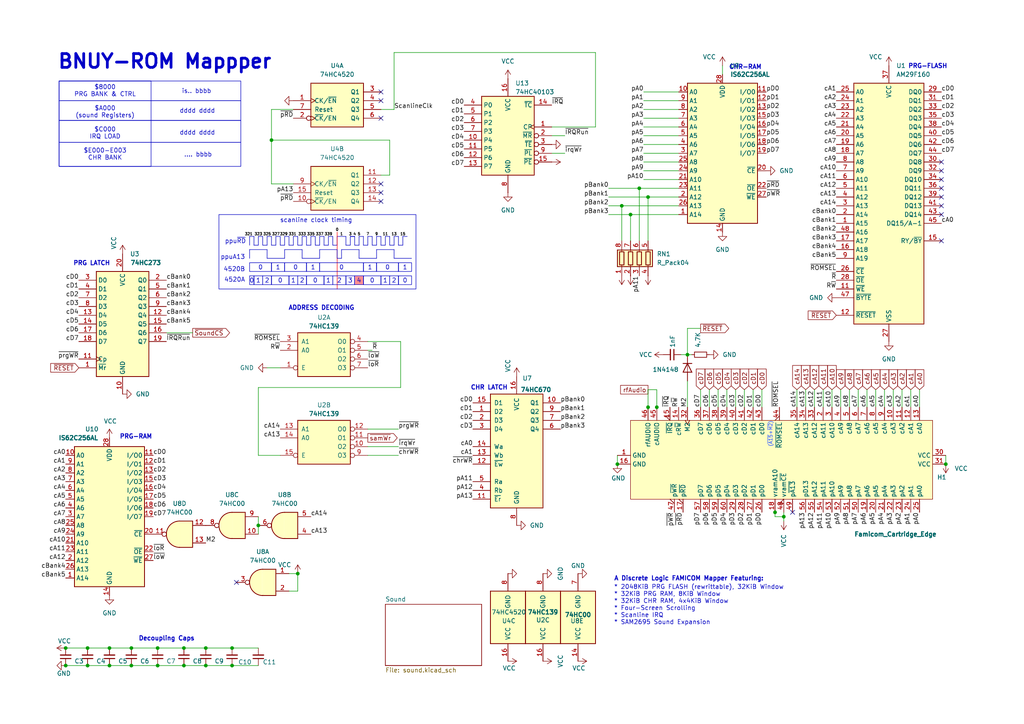
<source format=kicad_sch>
(kicad_sch (version 20250114) (generator "eeschema") (generator_version "9.0")
  (paper "A4")
  (title_block (title "BNUY-ROM Board") (date "2025-06-30") (rev "v0c"))
  (rectangle (start 17.145 34.925) (end 69.85 41.275))
  (rectangle (start 17.145 29.21) (end 69.85 34.925))
  (rectangle (start 63.5 62.23) (end 120.65 83.82))
  (rectangle (start 17.145 41.275) (end 69.85 48.26))
  (rectangle (start 17.145 23.495) (end 69.85 29.21))
  (text "3" (at 101.6 68.072 0) (effects (font (size 0.762 0.762))))
  (text "BNUY-ROM Mappper\n" (at 16.51 20.32 0) (effects (font (size 4 4) (thickness 0.8) (bold yes)) (justify left bottom)))
  (text "335" (at 90.17 68.072 0) (effects (font (size 0.762 0.762))))
  (text "321" (at 72.136 68.072 0) (effects (font (size 0.762 0.762))))
  (text "is.. bbbb" (at 52.705 27.305 0) (effects (font (size 1.27 1.27)) (justify left bottom)))
  (text "* 2048KiB PRG FLASH (rewrittable), 32KiB Window\n* 32KiB PRG RAM, 8KiB Window\n* 32KiB CHR RAM, 4x4KiB Window\n* Four-Screen Scrolling\n* Scanline IRQ\n* SAM2695 Sound Expansion" (at 178.054 181.356 0) (effects (font (size 1.27 1.27)) (justify left bottom)))
  (text "325" (at 77.47 68.072 0) (effects (font (size 0.762 0.762))))
  (text "4520B\n" (at 71.12 78.232 0) (effects (font (size 1.27 1.27)) (justify right)))
  (text "ADDRESS DECODING" (at 102.87 90.17 0) (effects (font (size 1.27 1.27) (thickness 0.254) (bold yes)) (justify right bottom)))
  (text "327" (at 80.01 68.072 0) (effects (font (size 0.762 0.762))))
  (text "15" (at 116.84 68.072 0) (effects (font (size 0.762 0.762))))
  (text "339" (at 95.25 68.072 0) (effects (font (size 0.762 0.762))))
  (text "ppuA13\n" (at 71.12 74.676 0) (effects (font (size 1.27 1.27)) (justify right)))
  (text "CHR-RAM\n" (at 220.98 20.32 0) (effects (font (size 1.27 1.27) (thickness 0.254) (bold yes)) (justify right bottom)))
  (text "dddd dddd" (at 52.07 39.37 0) (effects (font (size 1.27 1.27)) (justify left bottom)))
  (text "333" (at 87.63 68.072 0) (effects (font (size 0.762 0.762))))
  (text "337" (at 92.71 68.072 0) (effects (font (size 0.762 0.762))))
  (text ".... bbbb" (at 53.34 45.72 0) (effects (font (size 1.27 1.27)) (justify left bottom)))
  (text "4520A\n" (at 71.12 81.28 0) (effects (font (size 1.27 1.27)) (justify right)))
  (text "PRG-RAM\n" (at 44.196 127.508 0) (effects (font (size 1.27 1.27) (thickness 0.254) (bold yes)) (justify right bottom)))
  (text "4" (at 102.87 68.072 0) (effects (font (size 0.762 0.762) (thickness 0.1524) (bold yes))))
  (text "329" (at 82.296 68.072 0) (effects (font (size 0.762 0.762))))
  (text "dddd dddd" (at 52.07 33.02 0) (effects (font (size 1.27 1.27)) (justify left bottom)))
  (text "CHR LATCH" (at 147.32 113.284 0) (effects (font (size 1.27 1.27) (thickness 0.254) (bold yes)) (justify right bottom)))
  (text "13" (at 114.3 68.072 0) (effects (font (size 0.762 0.762))))
  (text "323" (at 74.93 68.072 0) (effects (font (size 0.762 0.762))))
  (text "5\n" (at 104.14 68.072 0) (effects (font (size 0.762 0.762))))
  (text "A Discrete Logic FAMICOM Mapper Featuring:\n" (at 178.054 168.656 0) (effects (font (size 1.27 1.27) (thickness 0.254) (bold yes)) (justify left bottom)))
  (text "0" (at 97.79 66.802 0) (effects (font (size 0.762 0.762))))
  (text "11" (at 111.76 68.072 0) (effects (font (size 0.762 0.762))))
  (text "Decoupling Caps" (at 56.515 186.055 0) (effects (font (size 1.27 1.27) (thickness 0.254) (bold yes)) (justify right bottom)))
  (text "PRG-FLASH\n\n" (at 274.828 22.098 0) (effects (font (size 1.27 1.27) (thickness 0.254) (bold yes)) (justify right bottom)))
  (text "1\n" (at 99.06 68.072 0) (effects (font (size 0.762 0.762))))
  (text "scanline clock timing" (at 91.694 64.008 0) (effects (font (size 1.27 1.27))))
  (text "PRG LATCH" (at 32.004 77.216 0) (effects (font (size 1.27 1.27) (thickness 0.254) (bold yes)) (justify right bottom)))
  (text "331" (at 84.836 68.072 0) (effects (font (size 0.762 0.762))))
  (text "ppu~{RD}\n" (at 71.374 70.104 0) (effects (font (size 1.27 1.27)) (justify right)))
  (text "7\n" (at 106.68 68.072 0) (effects (font (size 0.762 0.762))))
  (text "9\n" (at 109.22 68.072 0) (effects (font (size 0.762 0.762))))
  (text_box "$8000\nPRG BANK & CTRL\n\n$A000\n(sound Registers)\n\n$C000\nIRQ LOAD\n\n$E000-E003\nCHR BANK" (at 17.145 23.495 0) (size 26.67 24.765) (margins 0.9525 0.9525 0.9525 0.9525) (effects (font (size 1.27 1.27)) (justify top)))
  (text_box "1\n" (at 88.9 76.2 0) (size 3.81 2.54) (margins 0.9525 0.9525 0.9525 0.9525) (effects (font (size 1.27 1.27))))
  (text_box "2" (at 113.03 80.01 0) (size 2.54 2.54) (margins 0.9525 0.9525 0.9525 0.9525) (effects (font (size 1.27 1.27))))
  (text_box "0" (at 78.74 80.01 0) (size 5.08 2.54) (margins 0.9525 0.9525 0.9525 0.9525) (effects (font (size 1.27 1.27))))
  (text_box "0" (at 109.22 76.2 0) (size 6.35 2.54) (margins 0.9525 0.9525 0.9525 0.9525) (effects (font (size 1.27 1.27))))
  (text_box "0" (at 88.9 80.01 0) (size 5.08 2.54) (margins 0.9525 0.9525 0.9525 0.9525) (effects (font (size 1.27 1.27))))
  (text_box "1\n" (at 78.74 76.2 0) (size 3.81 2.54) (margins 0.9525 0.9525 0.9525 0.9525) (effects (font (size 1.27 1.27))))
  (text_box "1\n" (at 73.66 80.01 0) (size 2.54 2.54) (margins 0.9525 0.9525 0.9525 0.9525) (effects (font (size 1.27 1.27))))
  (text_box "4" (at 102.87 80.01 0) (size 2.54 2.54) (margins 0.9525 0.9525 0.9525 0.9525) (fill (type color) (color 255 141 141 1)) (effects (font (size 1.27 1.27))))
  (text_box "2" (at 86.36 80.01 0) (size 2.54 2.54) (margins 0.9525 0.9525 0.9525 0.9525) (effects (font (size 1.27 1.27))))
  (text_box "0" (at 72.39 76.2 0) (size 6.35 2.54) (margins 0.9525 0.9525 0.9525 0.9525) (effects (font (size 1.27 1.27))))
  (text_box "3" (at 100.33 80.01 0) (size 2.54 2.54) (margins 0.9525 0.9525 0.9525 0.9525) (effects (font (size 1.27 1.27))))
  (text_box "0" (at 72.39 80.01 0) (size 1.27 2.54) (margins 0.9525 0.9525 0.9525 0.9525) (effects (font (size 1.27 1.27))))
  (text_box "0" (at 115.57 80.01 0) (size 3.81 2.54) (margins 0.9525 0.9525 0.9525 0.9525) (effects (font (size 1.27 1.27))))
  (text_box "0" (at 92.71 76.2 0) (size 12.7 2.54) (margins 0.9525 0.9525 0.9525 0.9525) (effects (font (size 1.27 1.27))))
  (text_box "1\n" (at 83.82 80.01 0) (size 2.54 2.54) (margins 0.9525 0.9525 0.9525 0.9525) (effects (font (size 1.27 1.27))))
  (text_box "1\n" (at 93.98 80.01 0) (size 2.54 2.54) (margins 0.9525 0.9525 0.9525 0.9525) (effects (font (size 1.27 1.27))))
  (text_box "0" (at 105.41 80.01 0) (size 5.08 2.54) (margins 0.9525 0.9525 0.9525 0.9525) (effects (font (size 1.27 1.27))))
  (text_box "1\n" (at 110.49 80.01 0) (size 2.54 2.54) (margins 0.9525 0.9525 0.9525 0.9525) (effects (font (size 1.27 1.27))))
  (text_box "1\n" (at 105.41 76.2 0) (size 3.81 2.54) (margins 0.9525 0.9525 0.9525 0.9525) (effects (font (size 1.27 1.27))))
  (text_box "0" (at 82.55 76.2 0) (size 6.35 2.54) (margins 0.9525 0.9525 0.9525 0.9525) (effects (font (size 1.27 1.27))))
  (text_box "2" (at 76.2 80.01 0) (size 2.54 2.54) (margins 0.9525 0.9525 0.9525 0.9525) (effects (font (size 1.27 1.27))))
  (text_box "1\n" (at 115.57 76.2 0) (size 3.81 2.54) (margins 0.9525 0.9525 0.9525 0.9525) (effects (font (size 1.27 1.27))))
  (text_box "2" (at 96.52 80.01 0) (size 3.81 2.54) (margins 0.9525 0.9525 0.9525 0.9525) (effects (font (size 1.27 1.27))))
  (junction (at 67.31 187.96))
  (junction (at 53.34 187.96))
  (junction (at 38.1 187.96))
  (junction (at 67.31 193.04))
  (junction (at 53.34 193.04))
  (junction (at 59.69 187.96))
  (junction (at 19.05 193.04))
  (junction (at 227.33 149.86))
  (junction (at 86.36 166.37))
  (junction (at 59.69 193.04))
  (junction (at 78.74 40.64))
  (junction (at 190.5 118.11))
  (junction (at 185.42 54.61))
  (junction (at 274.32 134.62))
  (junction (at 74.93 152.4))
  (junction (at 25.4 187.96))
  (junction (at 199.39 102.87))
  (junction (at 187.96 57.15))
  (junction (at 180.34 59.69))
  (junction (at 182.88 62.23))
  (junction (at 31.75 187.96))
  (junction (at 224.79 148.59))
  (junction (at 19.05 187.96))
  (junction (at 25.4 193.04))
  (junction (at 187.96 118.11))
  (junction (at 31.75 193.04))
  (junction (at 38.1 193.04))
  (junction (at 45.72 193.04))
  (junction (at 45.72 187.96))
  (junction (at 179.07 134.62))
  (no_connect (at 273.05 57.15))
  (no_connect (at 273.05 49.53))
  (no_connect (at 110.49 29.21))
  (no_connect (at 229.87 148.59))
  (no_connect (at 110.49 53.34))
  (no_connect (at 273.05 46.99))
  (no_connect (at 110.49 55.88))
  (no_connect (at 110.49 58.42))
  (no_connect (at 273.05 62.23))
  (no_connect (at 273.05 52.07))
  (no_connect (at 110.49 26.67))
  (no_connect (at 68.58 168.91))
  (no_connect (at 110.49 34.29))
  (no_connect (at 273.05 54.61))
  (no_connect (at 273.05 69.85))
  (no_connect (at 273.05 59.69))
  (polyline (pts (xy 82.55 74.93) (xy 82.55 72.39)))
  (polyline (pts (xy 115.57 68.58) (xy 115.57 71.12)))
  (wire (pts (xy 208.28 113.03) (xy 208.28 118.11)))
  (polyline (pts (xy 95.25 68.58) (xy 96.52 68.58)))
  (polyline (pts (xy 81.28 68.58) (xy 81.28 71.12)))
  (polyline (pts (xy 72.39 68.58) (xy 73.66 68.58)))
  (polyline (pts (xy 107.95 68.58) (xy 107.95 71.12)))
  (wire (pts (xy 182.88 62.23) (xy 182.88 69.85)))
  (polyline (pts (xy 116.84 71.12) (xy 116.84 68.58)))
  (polyline (pts (xy 77.47 72.39) (xy 77.47 74.93)))
  (wire (pts (xy 176.53 54.61) (xy 185.42 54.61)))
  (polyline (pts (xy 114.3 74.93) (xy 119.38 74.93)))
  (polyline (pts (xy 96.52 68.58) (xy 96.52 71.12)))
  (polyline (pts (xy 88.9 71.12) (xy 90.17 71.12)))
  (polyline (pts (xy 101.6 68.58) (xy 102.87 68.58)))
  (wire (pts (xy 227.33 149.86) (xy 227.33 148.59)))
  (wire (pts (xy 259.08 113.03) (xy 259.08 118.11)))
  (wire (pts (xy 182.88 62.23) (xy 196.85 62.23)))
  (wire (pts (xy 114.3 31.75) (xy 110.49 31.75)))
  (wire (pts (xy 74.93 149.86) (xy 74.93 152.4)))
  (wire (pts (xy 231.14 113.03) (xy 231.14 118.11)))
  (polyline (pts (xy 82.55 71.12) (xy 82.55 68.58)))
  (wire (pts (xy 233.68 113.03) (xy 233.68 118.11)))
  (polyline (pts (xy 83.82 71.12) (xy 85.09 71.12)))
  (wire (pts (xy 190.5 118.745) (xy 190.5 118.11)))
  (wire (pts (xy 78.74 31.75) (xy 85.09 31.75)))
  (wire (pts (xy 227.33 149.86) (xy 224.79 149.86)))
  (wire (pts (xy 59.69 187.96) (xy 67.31 187.96)))
  (polyline (pts (xy 87.63 68.58) (xy 88.9 68.58)))
  (wire (pts (xy 115.57 124.46) (xy 106.68 124.46)))
  (wire (pts (xy 176.53 57.15) (xy 187.96 57.15)))
  (polyline (pts (xy 104.14 72.39) (xy 104.14 74.93)))
  (wire (pts (xy 31.75 193.04) (xy 38.1 193.04)))
  (wire (pts (xy 186.69 41.91) (xy 196.85 41.91)))
  (wire (pts (xy 74.93 152.4) (xy 74.93 154.94)))
  (wire (pts (xy 199.39 110.49) (xy 199.39 118.11)))
  (wire (pts (xy 266.7 113.03) (xy 266.7 118.11)))
  (wire (pts (xy 246.38 113.03) (xy 246.38 118.11)))
  (polyline (pts (xy 95.25 71.12) (xy 95.25 68.58)))
  (wire (pts (xy 236.22 113.03) (xy 236.22 118.11)))
  (wire (pts (xy 113.03 50.8) (xy 110.49 50.8)))
  (wire (pts (xy 53.34 193.04) (xy 59.69 193.04)))
  (wire (pts (xy 186.69 26.67) (xy 196.85 26.67)))
  (polyline (pts (xy 82.55 68.58) (xy 83.82 68.58)))
  (polyline (pts (xy 113.03 68.58) (xy 113.03 71.12)))
  (wire (pts (xy 78.74 40.64) (xy 113.03 40.64)))
  (polyline (pts (xy 73.66 68.58) (xy 73.66 71.12)))
  (polyline (pts (xy 82.55 72.39) (xy 87.63 72.39)))
  (polyline (pts (xy 92.71 68.58) (xy 93.98 68.58)))
  (wire (pts (xy 38.1 187.96) (xy 45.72 187.96)))
  (polyline (pts (xy 72.39 71.12) (xy 72.39 68.58)))
  (wire (pts (xy 172.72 15.24) (xy 172.72 36.83)))
  (polyline (pts (xy 97.79 67.31) (xy 97.79 83.82)) (stroke (width 0) (type solid) (color 255 0 0 1)))
  (wire (pts (xy 31.75 187.96) (xy 38.1 187.96)))
  (wire (pts (xy 116.205 99.06) (xy 106.68 99.06)))
  (polyline (pts (xy 85.09 68.58) (xy 86.36 68.58)))
  (polyline (pts (xy 77.47 71.12) (xy 77.47 68.58)))
  (wire (pts (xy 243.84 113.03) (xy 243.84 118.11)))
  (polyline (pts (xy 81.28 71.12) (xy 82.55 71.12)))
  (wire (pts (xy 224.79 149.86) (xy 224.79 148.59)))
  (polyline (pts (xy 115.57 71.12) (xy 116.84 71.12)))
  (polyline (pts (xy 96.52 71.12) (xy 97.79 71.12)))
  (wire (pts (xy 186.69 39.37) (xy 196.85 39.37)))
  (polyline (pts (xy 78.74 71.12) (xy 80.01 71.12)))
  (wire (pts (xy 187.96 118.745) (xy 187.96 118.11)))
  (polyline (pts (xy 74.93 71.12) (xy 74.93 68.58)))
  (polyline (pts (xy 73.66 71.12) (xy 74.93 71.12)))
  (wire (pts (xy 254 113.03) (xy 254 118.11)))
  (wire (pts (xy 220.98 113.03) (xy 220.98 118.11)))
  (wire (pts (xy 77.47 106.68) (xy 81.28 106.68)))
  (polyline (pts (xy 86.36 71.12) (xy 87.63 71.12)))
  (wire (pts (xy 19.05 193.04) (xy 25.4 193.04)))
  (wire (pts (xy 256.54 113.03) (xy 256.54 118.11)))
  (wire (pts (xy 203.2 95.25) (xy 199.39 95.25)))
  (wire (pts (xy 115.57 129.54) (xy 106.68 129.54)))
  (polyline (pts (xy 87.63 71.12) (xy 87.63 68.58)))
  (wire (pts (xy 78.74 53.34) (xy 85.09 53.34)))
  (wire (pts (xy 205.74 113.03) (xy 205.74 118.11)))
  (wire (pts (xy 186.69 52.07) (xy 196.85 52.07)))
  (wire (pts (xy 199.39 95.25) (xy 199.39 102.87)))
  (polyline (pts (xy 107.95 71.12) (xy 109.22 71.12)))
  (polyline (pts (xy 114.3 71.12) (xy 114.3 68.58)))
  (polyline (pts (xy 111.76 68.58) (xy 113.03 68.58)))
  (wire (pts (xy 224.79 148.59) (xy 224.79 147.955)))
  (wire (pts (xy 238.76 113.03) (xy 238.76 118.11)))
  (wire (pts (xy 261.62 113.03) (xy 261.62 118.11)))
  (polyline (pts (xy 106.68 68.58) (xy 107.95 68.58)))
  (polyline (pts (xy 91.44 68.58) (xy 91.44 71.12)))
  (polyline (pts (xy 87.63 72.39) (xy 87.63 74.93)))
  (polyline (pts (xy 99.06 72.39) (xy 104.14 72.39)))
  (wire (pts (xy 203.2 113.03) (xy 203.2 118.11)))
  (polyline (pts (xy 77.47 74.93) (xy 82.55 74.93)))
  (wire (pts (xy 227.33 151.13) (xy 227.33 149.86)))
  (wire (pts (xy 187.96 57.15) (xy 196.85 57.15)))
  (polyline (pts (xy 92.71 71.12) (xy 92.71 68.58)))
  (wire (pts (xy 186.69 31.75) (xy 196.85 31.75)))
  (wire (pts (xy 251.46 113.03) (xy 251.46 118.11)))
  (wire (pts (xy 176.53 62.23) (xy 182.88 62.23)))
  (polyline (pts (xy 90.17 68.58) (xy 91.44 68.58)))
  (polyline (pts (xy 72.39 74.93) (xy 72.39 72.39)))
  (wire (pts (xy 215.9 113.03) (xy 215.9 118.11)))
  (wire (pts (xy 187.96 57.15) (xy 187.96 69.85)))
  (wire (pts (xy 199.39 102.87) (xy 197.485 102.87)))
  (polyline (pts (xy 102.87 68.58) (xy 102.87 71.12)))
  (wire (pts (xy 55.88 96.52) (xy 48.26 96.52)))
  (wire (pts (xy 187.96 113.03) (xy 190.5 113.03)))
  (wire (pts (xy 74.93 132.08) (xy 81.28 132.08)))
  (wire (pts (xy 210.82 113.03) (xy 210.82 118.11)))
  (polyline (pts (xy 88.9 68.58) (xy 88.9 71.12)))
  (wire (pts (xy 19.05 187.96) (xy 25.4 187.96)))
  (polyline (pts (xy 92.71 72.39) (xy 97.79 72.39)))
  (wire (pts (xy 74.93 132.08) (xy 74.93 112.395)))
  (wire (pts (xy 190.5 118.11) (xy 190.5 113.03)))
  (wire (pts (xy 74.93 112.395) (xy 116.205 112.395)))
  (wire (pts (xy 187.96 118.11) (xy 187.96 113.03)))
  (wire (pts (xy 116.205 112.395) (xy 116.205 99.06)))
  (polyline (pts (xy 100.33 71.12) (xy 101.6 71.12)))
  (polyline (pts (xy 83.82 68.58) (xy 83.82 71.12)))
  (wire (pts (xy 186.69 34.29) (xy 196.85 34.29)))
  (polyline (pts (xy 87.63 74.93) (xy 92.71 74.93)))
  (wire (pts (xy 160.02 36.83) (xy 172.72 36.83)))
  (polyline (pts (xy 100.33 68.58) (xy 100.33 71.12)))
  (polyline (pts (xy 105.41 71.12) (xy 105.41 68.58)))
  (wire (pts (xy 163.83 39.37) (xy 160.02 39.37)))
  (polyline (pts (xy 74.93 68.58) (xy 76.2 68.58)))
  (wire (pts (xy 176.53 59.69) (xy 180.34 59.69)))
  (wire (pts (xy 186.69 44.45) (xy 196.85 44.45)))
  (wire (pts (xy 114.3 15.24) (xy 172.72 15.24)))
  (polyline (pts (xy 102.87 71.12) (xy 104.14 71.12)))
  (polyline (pts (xy 114.3 68.58) (xy 115.57 68.58)))
  (polyline (pts (xy 113.03 71.12) (xy 114.3 71.12)))
  (wire (pts (xy 186.69 46.99) (xy 196.85 46.99)))
  (polyline (pts (xy 85.09 71.12) (xy 85.09 68.58)))
  (polyline (pts (xy 90.17 71.12) (xy 90.17 68.58)))
  (wire (pts (xy 248.92 113.03) (xy 248.92 118.11)))
  (wire (pts (xy 45.72 187.96) (xy 53.34 187.96)))
  (polyline (pts (xy 76.2 68.58) (xy 76.2 71.12)))
  (polyline (pts (xy 97.79 68.58) (xy 100.33 68.58)))
  (polyline (pts (xy 80.01 68.58) (xy 81.28 68.58)))
  (wire (pts (xy 86.36 171.45) (xy 83.82 171.45)))
  (wire (pts (xy 185.42 54.61) (xy 185.42 69.85)))
  (wire (pts (xy 186.69 36.83) (xy 196.85 36.83)))
  (wire (pts (xy 59.69 193.04) (xy 67.31 193.04)))
  (polyline (pts (xy 104.14 74.93) (xy 109.22 74.93)))
  (polyline (pts (xy 97.79 74.93) (xy 99.06 74.93)))
  (wire (pts (xy 179.07 134.62) (xy 179.07 132.08)))
  (polyline (pts (xy 109.22 68.58) (xy 110.49 68.58)))
  (wire (pts (xy 186.69 49.53) (xy 196.85 49.53)))
  (polyline (pts (xy 101.6 71.12) (xy 101.6 68.58)))
  (polyline (pts (xy 92.71 74.93) (xy 92.71 72.39)))
  (polyline (pts (xy 105.41 68.58) (xy 104.14 68.58)))
  (wire (pts (xy 78.74 40.64) (xy 78.74 31.75)))
  (polyline (pts (xy 93.98 71.12) (xy 95.25 71.12)))
  (polyline (pts (xy 109.22 74.93) (xy 109.22 72.39)))
  (wire (pts (xy 186.69 29.21) (xy 196.85 29.21)))
  (polyline (pts (xy 114.3 72.39) (xy 114.3 74.93)))
  (polyline (pts (xy 97.79 72.39) (xy 97.79 74.93)))
  (wire (pts (xy 264.16 113.03) (xy 264.16 118.11)))
  (wire (pts (xy 200.66 102.87) (xy 199.39 102.87)))
  (polyline (pts (xy 78.74 68.58) (xy 78.74 71.12)))
  (wire (pts (xy 38.1 193.04) (xy 45.72 193.04)))
  (polyline (pts (xy 110.49 68.58) (xy 110.49 71.12)))
  (wire (pts (xy 274.32 132.08) (xy 274.32 134.62)))
  (wire (pts (xy 163.83 44.45) (xy 160.02 44.45)))
  (polyline (pts (xy 80.01 71.12) (xy 80.01 68.58)))
  (wire (pts (xy 45.72 193.04) (xy 53.34 193.04)))
  (wire (pts (xy 25.4 187.96) (xy 31.75 187.96)))
  (wire (pts (xy 113.03 50.8) (xy 113.03 40.64)))
  (wire (pts (xy 53.34 187.96) (xy 59.69 187.96)))
  (polyline (pts (xy 109.22 72.39) (xy 114.3 72.39)))
  (wire (pts (xy 78.74 40.64) (xy 78.74 53.34)))
  (wire (pts (xy 67.31 187.96) (xy 74.93 187.96)))
  (polyline (pts (xy 86.36 68.58) (xy 86.36 71.12)))
  (wire (pts (xy 114.3 31.75) (xy 114.3 15.24)))
  (polyline (pts (xy 93.98 68.58) (xy 93.98 71.12)))
  (polyline (pts (xy 77.47 68.58) (xy 78.74 68.58)))
  (wire (pts (xy 115.57 132.08) (xy 106.68 132.08)))
  (polyline (pts (xy 91.44 71.12) (xy 92.71 71.12)))
  (wire (pts (xy 180.34 59.69) (xy 180.34 69.85)))
  (polyline (pts (xy 109.22 71.12) (xy 109.22 68.58)))
  (wire (pts (xy 25.4 193.04) (xy 31.75 193.04)))
  (polyline (pts (xy 97.79 68.58) (xy 97.79 71.12)))
  (wire (pts (xy 86.36 171.45) (xy 86.36 166.37)))
  (polyline (pts (xy 111.76 71.12) (xy 111.76 68.58)))
  (wire (pts (xy 107.95 101.6) (xy 106.68 101.6)))
  (wire (pts (xy 213.36 113.03) (xy 213.36 118.11)))
  (wire (pts (xy 185.42 54.61) (xy 196.85 54.61)))
  (polyline (pts (xy 101.6 68.58) (xy 102.87 68.58)))
  (wire (pts (xy 67.31 193.04) (xy 74.93 193.04)))
  (polyline (pts (xy 104.14 71.12) (xy 104.14 68.58)))
  (polyline (pts (xy 105.41 71.12) (xy 106.68 71.12)))
  (wire (pts (xy 180.34 59.69) (xy 196.85 59.69)))
  (polyline (pts (xy 110.49 71.12) (xy 111.76 71.12)))
  (polyline (pts (xy 99.06 74.93) (xy 99.06 72.39)))
  (polyline (pts (xy 76.2 71.12) (xy 77.47 71.12)))
  (polyline (pts (xy 72.39 72.39) (xy 77.47 72.39)))
  (polyline (pts (xy 116.84 68.58) (xy 118.11 68.58)))
  (wire (pts (xy 218.44 113.03) (xy 218.44 118.11)))
  (wire (pts (xy 241.3 113.03) (xy 241.3 118.11)))
  (wire (pts (xy 83.82 166.37) (xy 86.36 166.37)))
  (polyline (pts (xy 106.68 71.12) (xy 106.68 68.58)))
  (wire (pts (xy 209.55 19.05) (xy 209.55 21.59)))
  (label "cD3" (at 44.45 139.7 0))
  (label "cA1" (at 19.05 134.62 180))
  (label "pD3" (at 222.25 34.29 0))
  (label "cA0" (at 137.16 129.54 180))
  (label "cD3" (at 22.86 88.9 180))
  (label "cD1" (at 137.16 119.38 180))
  (label "~{chrWR}" (at 137.16 134.62 180))
  (label "cD6" (at 22.86 96.52 180))
  (label "cA10" (at 19.05 157.48 180))
  (label "cD7" (at 22.86 99.06 180))
  (label "cA8" (at 242.57 44.45 180))
  (label "cD7" (at 134.62 48.26 180))
  (label "M2" (at 199.39 118.11 90))
  (label "cD4" (at 134.62 40.64 180))
  (label "pBank1" (at 162.56 119.38 0))
  (label "cA7" (at 248.92 118.11 90))
  (label "cA9" (at 242.57 46.99 180))
  (label "~{loW}" (at 106.68 104.14 0))
  (label "pD0" (at 220.98 148.59 270))
  (label "~{irqWr}" (at 115.57 129.54 0))
  (label "pD5" (at 222.25 39.37 0))
  (label "cA14" (at 81.28 124.46 180))
  (label "~{ROMSEL}" (at 226.06 118.11 90))
  (label "cA4" (at 19.05 142.24 180))
  (label "cA6" (at 19.05 147.32 180))
  (label "pA8" (at 246.38 148.59 270))
  (label "cD2" (at 44.45 137.16 0))
  (label "cBank1" (at 48.26 83.82 0))
  (label "pA7" (at 248.92 148.59 270))
  (label "~{chrWR}" (at 115.57 132.08 0))
  (label "cA4" (at 242.57 34.29 180))
  (label "cBank4" (at 19.05 165.1 180))
  (label "cD4" (at 44.45 142.24 0))
  (label "pBank0" (at 176.53 54.61 180))
  (label "cA8" (at 246.38 118.11 90))
  (label "cA7" (at 242.57 41.91 180))
  (label "cD5" (at 44.45 144.78 0))
  (label "cD5" (at 22.86 93.98 180))
  (label "pA1" (at 264.16 148.59 270))
  (label "pBank3" (at 162.56 124.46 0))
  (label "~{pRD}" (at 198.12 148.59 270))
  (label "cD2" (at 273.05 31.75 0))
  (label "cD5" (at 208.28 118.11 90))
  (label "cA5" (at 242.57 36.83 180))
  (label "cD7" (at 273.05 44.45 0))
  (label "cA10" (at 241.3 118.11 90))
  (label "~{ROMSEL}" (at 81.28 99.06 180))
  (label "~{IRQ}" (at 160.02 30.48 0))
  (label "pA9" (at 243.84 148.59 270))
  (label "~{prgWR}" (at 115.57 124.46 0))
  (label "cBank4" (at 242.57 72.39 180))
  (label "~{R}" (at 107.95 101.6 0))
  (label "cA2" (at 261.62 118.11 90))
  (label "pA1" (at 186.69 29.21 180))
  (label "pD7" (at 222.25 44.45 0))
  (label "cA13" (at 242.57 57.15 180))
  (label "cA3" (at 259.08 118.11 90))
  (label "pA2" (at 186.69 31.75 180))
  (label "~{irqWr}" (at 163.83 44.45 0))
  (label "~{pWR}" (at 222.25 57.15 0))
  (label "cD1" (at 218.44 118.11 90))
  (label "pBank3" (at 176.53 62.23 180))
  (label "~{ROMSEL}" (at 242.57 78.74 180))
  (label "cA0" (at 266.7 118.11 90))
  (label "~{IRQ}" (at 194.31 118.11 90))
  (label "cA5" (at 254 118.11 90))
  (label "~{pRD}" (at 222.25 54.61 0))
  (label "pD1" (at 218.44 148.59 270))
  (label "cD6" (at 205.74 118.11 90))
  (label "cD6" (at 273.05 41.91 0))
  (label "cA14" (at 231.14 118.11 90))
  (label "pA13" (at 85.09 55.88 180))
  (label "cA12" (at 19.05 162.56 180))
  (label "pA3" (at 186.69 34.29 180))
  (label "cD2" (at 22.86 86.36 180))
  (label "cA14" (at 90.17 149.86 0))
  (label "~{R}" (at 242.57 81.28 180))
  (label "cA7" (at 19.05 149.86 180))
  (label "~{loW}" (at 44.45 162.56 0))
  (label "cA13" (at 90.17 154.94 0))
  (label "cD0" (at 134.62 30.48 180))
  (label "~{pWR}" (at 195.58 148.59 270))
  (label "pA12" (at 137.16 142.24 180))
  (label "pA4" (at 186.69 36.83 180))
  (label "cA9" (at 19.05 154.94 180))
  (label "pD6" (at 205.74 148.59 270))
  (label "pA10" (at 241.3 148.59 270))
  (label "cD7" (at 44.45 149.86 0))
  (label "cD3" (at 134.62 38.1 180))
  (label "cA2" (at 242.57 29.21 180))
  (label "pA5" (at 254 148.59 270))
  (label "cD0" (at 44.45 132.08 0))
  (label "cA1" (at 137.16 132.08 180))
  (label "cBank3" (at 242.57 69.85 180))
  (label "cD1" (at 273.05 29.21 0))
  (label "cD3" (at 213.36 118.11 90))
  (label "pD0" (at 222.25 26.67 0))
  (label "cD4" (at 273.05 36.83 0))
  (label "pBank0" (at 162.56 116.84 0))
  (label "cA3" (at 242.57 31.75 180))
  (label "cBank2" (at 242.57 67.31 180))
  (label "ScanlineClk" (at 114.3 31.75 0))
  (label "pBank1" (at 176.53 57.15 180))
  (label "cD3" (at 137.16 124.46 180))
  (label "cA14" (at 242.57 59.69 180))
  (label "~{IRQRun}" (at 48.26 99.06 0))
  (label "cD3" (at 273.05 34.29 0))
  (label "cA2" (at 19.05 137.16 180))
  (label "pBank2" (at 176.53 59.69 180))
  (label "cD0" (at 273.05 26.67 0))
  (label "R~{W}" (at 242.57 83.82 180))
  (label "pA2" (at 261.62 148.59 270))
  (label "cD6" (at 44.45 147.32 0))
  (label "cD2" (at 134.62 35.56 180))
  (label "pD4" (at 222.25 36.83 0))
  (label "pA0" (at 266.7 148.59 270))
  (label "pA10" (at 186.69 52.07 180))
  (label "cBank0" (at 242.57 62.23 180))
  (label "pA4" (at 256.54 148.59 270))
  (label "pA7" (at 186.69 44.45 180))
  (label "~{loR}" (at 106.68 106.68 0))
  (label "cBank3" (at 48.26 88.9 0))
  (label "R~{W}" (at 196.85 118.11 90))
  (label "~{pRD}" (at 85.09 34.29 180))
  (label "cA5" (at 19.05 144.78 180))
  (label "cBank4" (at 48.26 91.44 0))
  (label "pA9" (at 186.69 49.53 180))
  (label "cA12" (at 236.22 118.11 90))
  (label "pD5" (at 208.28 148.59 270))
  (label "cA6" (at 242.57 39.37 180))
  (label "pA13" (at 137.16 144.78 180))
  (label "pD2" (at 222.25 31.75 0))
  (label "cA12" (at 242.57 54.61 180))
  (label "cA3" (at 19.05 139.7 180))
  (label "pA0" (at 186.69 26.67 180))
  (label "pA12" (at 236.22 148.59 270))
  (label "pA3" (at 259.08 148.59 270))
  (label "cD0" (at 220.98 118.11 90))
  (label "cD1" (at 44.45 134.62 0))
  (label "cA8" (at 19.05 152.4 180))
  (label "pA5" (at 186.69 39.37 180))
  (label "pA11" (at 238.76 148.59 270))
  (label "cA4" (at 256.54 118.11 90))
  (label "cBank1" (at 242.57 64.77 180))
  (label "cA11" (at 19.05 160.02 180))
  (label "cD2" (at 215.9 118.11 90))
  (label "pD3" (at 213.36 148.59 270))
  (label "cD4" (at 210.82 118.11 90))
  (label "pBank2" (at 162.56 121.92 0))
  (label "cD1" (at 134.62 33.02 180))
  (label "cBank5" (at 48.26 93.98 0))
  (label "pD7" (at 203.2 148.59 270))
  (label "cA1" (at 264.16 118.11 90))
  (label "pD4" (at 210.82 148.59 270))
  (label "cA6" (at 251.46 118.11 90))
  (label "cD2" (at 137.16 121.92 180))
  (label "cD0" (at 137.16 116.84 180))
  (label "~{loR}" (at 44.45 160.02 0))
  (label "cA11" (at 242.57 52.07 180))
  (label "M2" (at 59.69 157.48 0))
  (label "cBank0" (at 48.26 81.28 0))
  (label "cA1" (at 242.57 26.67 180))
  (label "cD6" (at 134.62 45.72 180))
  (label "cA10" (at 242.57 49.53 180))
  (label "pA8" (at 186.69 46.99 180))
  (label "~{IRQRun}" (at 163.83 39.37 0))
  (label "cD0" (at 22.86 81.28 180))
  (label "pA11" (at 137.16 139.7 180))
  (label "~{prgWR}" (at 22.86 104.14 180))
  (label "~{pRD}" (at 85.09 58.42 180))
  (label "pA6" (at 186.69 41.91 180))
  (label "R~{W}" (at 81.28 101.6 180))
  (label "pD6" (at 222.25 41.91 0))
  (label "cA11" (at 238.76 118.11 90))
  (label "cD1" (at 22.86 83.82 180))
  (label "cBank5" (at 242.57 74.93 180))
  (label "cD7" (at 203.2 118.11 90))
  (label "cA0" (at 273.05 64.77 0))
  (label "cBank2" (at 48.26 86.36 0))
  (label "pA13" (at 233.68 148.59 270))
  (label "cD5" (at 134.62 43.18 180))
  (label "cA13" (at 81.28 127 180))
  (label "cD5" (at 273.05 39.37 0))
  (label "cA0" (at 19.05 132.08 180))
  (label "pA11" (at 185.42 80.01 270))
  (label "pA6" (at 251.46 148.59 270))
  (label "cBank5" (at 19.05 167.64 180))
  (label "cA9" (at 243.84 118.11 90))
  (label "pD1" (at 222.25 29.21 0))
  (label "cD4" (at 22.86 91.44 180))
  (label "cA13" (at 233.68 118.11 90))
  (label "pD2" (at 215.9 148.59 270))
  (global_label "cA4" (shape input) (at 256.54 113.03 90) (property "Intersheetrefs" "${INTERSHEET_REFS}" (effects (hide yes))))
  (global_label "cA0" (shape input) (at 266.7 113.03 90) (property "Intersheetrefs" "${INTERSHEET_REFS}" (effects (hide yes))))
  (global_label "~{RESET}" (shape output) (at 203.2 95.25 0) (property "Intersheetrefs" "${INTERSHEET_REFS}" (effects (hide yes))))
  (global_label "cA1" (shape input) (at 264.16 113.03 90) (property "Intersheetrefs" "${INTERSHEET_REFS}" (effects (hide yes))))
  (global_label "~{samWr}" (shape output) (at 106.68 127 0) (property "Intersheetrefs" "${INTERSHEET_REFS}" (effects (hide yes))))
  (global_label "cA5" (shape input) (at 254 113.03 90) (property "Intersheetrefs" "${INTERSHEET_REFS}" (effects (hide yes))))
  (global_label "cA9" (shape input) (at 243.84 113.03 90) (property "Intersheetrefs" "${INTERSHEET_REFS}" (effects (hide yes))))
  (global_label "cD1" (shape input) (at 218.44 113.03 90) (property "Intersheetrefs" "${INTERSHEET_REFS}" (effects (hide yes))))
  (global_label "cA2" (shape input) (at 261.62 113.03 90) (property "Intersheetrefs" "${INTERSHEET_REFS}" (effects (hide yes))))
  (global_label "~{RESET}" (shape input) (at 22.86 106.68 180) (property "Intersheetrefs" "${INTERSHEET_REFS}" (effects (hide yes))))
  (global_label "cA8" (shape input) (at 246.38 113.03 90) (property "Intersheetrefs" "${INTERSHEET_REFS}" (effects (hide yes))))
  (global_label "cA10" (shape input) (at 241.3 113.03 90) (property "Intersheetrefs" "${INTERSHEET_REFS}" (effects (hide yes))))
  (global_label "cA6" (shape input) (at 251.46 113.03 90) (property "Intersheetrefs" "${INTERSHEET_REFS}" (effects (hide yes))))
  (global_label "cD0" (shape input) (at 220.98 113.03 90) (property "Intersheetrefs" "${INTERSHEET_REFS}" (effects (hide yes))))
  (global_label "cA13" (shape input) (at 233.68 113.03 90) (property "Intersheetrefs" "${INTERSHEET_REFS}" (effects (hide yes))))
  (global_label "cD5" (shape input) (at 208.28 113.03 90) (property "Intersheetrefs" "${INTERSHEET_REFS}" (effects (hide yes))))
  (global_label "rfAudio" (shape passive) (at 187.96 113.03 180) (property "Intersheetrefs" "${INTERSHEET_REFS}" (effects (hide yes))))
  (global_label "~{RESET}" (shape input) (at 242.57 91.44 180) (property "Intersheetrefs" "${INTERSHEET_REFS}" (effects (hide yes))))
  (global_label "cA11" (shape input) (at 238.76 113.03 90) (property "Intersheetrefs" "${INTERSHEET_REFS}" (effects (hide yes))))
  (global_label "cA12" (shape input) (at 236.22 113.03 90) (property "Intersheetrefs" "${INTERSHEET_REFS}" (effects (hide yes))))
  (global_label "cD7" (shape input) (at 203.2 113.03 90) (property "Intersheetrefs" "${INTERSHEET_REFS}" (effects (hide yes))))
  (global_label "cD6" (shape input) (at 205.74 113.03 90) (property "Intersheetrefs" "${INTERSHEET_REFS}" (effects (hide yes))))
  (global_label "cD4" (shape input) (at 210.82 113.03 90) (property "Intersheetrefs" "${INTERSHEET_REFS}" (effects (hide yes))))
  (global_label "cD2" (shape input) (at 215.9 113.03 90) (property "Intersheetrefs" "${INTERSHEET_REFS}" (effects (hide yes))))
  (global_label "~{SoundCS}" (shape output) (at 55.88 96.52 0) (property "Intersheetrefs" "${INTERSHEET_REFS}" (effects (hide yes))))
  (global_label "cD3" (shape input) (at 213.36 113.03 90) (property "Intersheetrefs" "${INTERSHEET_REFS}" (effects (hide yes))))
  (global_label "cA3" (shape input) (at 259.08 113.03 90) (property "Intersheetrefs" "${INTERSHEET_REFS}" (effects (hide yes))))
  (global_label "cA7" (shape input) (at 248.92 113.03 90) (property "Intersheetrefs" "${INTERSHEET_REFS}" (effects (hide yes))))
  (global_label "cA14" (shape input) (at 231.14 113.03 90) (property "Intersheetrefs" "${INTERSHEET_REFS}" (effects (hide yes))))
  (symbol (lib_name "4520_2") (lib_id "4xxx:4520") (at 97.79 53.34 0) (unit 2)
    (property "Reference" "U4" (at 97.79 43.18 0))
    (property "Value" "74HC4520" (at 97.79 45.72 0))
    (property "Footprint" "Package_SO:SOIC-16_3.9x9.9mm_P1.27mm" (effects (hide yes)))
    (property "Datasheet" "http://www.intersil.com/content/dam/Intersil/documents/cd45/cd4518bms-20bms.pdf" (effects (hide yes)))
    (property "Description" "Dual Binary Up-Counter" (effects (hide yes)))
  )
  (symbol (lib_id "74xx:74HC00") (at 167.64 179.07 180) (unit 5)
    (property "Reference" "U8" (at 167.386 180.086 0))
    (property "Value" "74HC00" (at 167.64 178.308 0) (effects (font (thickness 0.254) (bold yes))))
    (property "Footprint" "Package_SO:SOIC-14_3.9x8.7mm_P1.27mm" (effects (hide yes)))
    (property "Datasheet" "http://www.ti.com/lit/gpn/sn74hc00" (effects (hide yes)))
    (property "Description" "quad 2-input NAND gate" (effects (hide yes)))
  )
  (symbol (lib_id "Memory_Flash:AM29F400Bx-xxEx") (at 257.81 57.15 0) (unit 1)
    (property "Reference" "U1" (at 259.9533 19.05 0) (effects (justify left)))
    (property "Value" "AM29F160" (at 259.9533 21.59 0) (effects (justify left)))
    (property "Footprint" "Package_SO:TSOP-I-48_18.4x12mm_P0.5mm" (effects (hide yes)))
    (property "Datasheet" "https://www.mouser.com/datasheet/2/380/AM29F400B_EOL_21505e8-9219.pdf" (effects (hide yes)))
    (property "Description" "4-Mbit (512k x 8-bit / 256k x 16-bit) CMOS 5.0 Volt-only Boot Sector Flash Memory, TSOP-48" (effects (hide yes)))
  )
  (symbol (lib_id "power:GND") (at 205.74 102.87 90) (unit 1)
    (property "Reference" "#PWR045" (effects (hide yes)))
    (property "Value" "GND" (at 209.55 102.87 90) (effects (justify right)))
  )
  (symbol (lib_id "Device:C_Small") (at 53.34 190.5 0) (mirror x) (unit 1)
    (property "Reference" "C8" (at 55.88 191.7637 0) (effects (justify left)))
    (property "Value" "C_Small" (effects (hide yes)))
    (property "Footprint" "Capacitor_SMD:C_0603_1608Metric_Pad1.08x0.95mm_HandSolder" (effects (hide yes)))
  )
  (symbol (lib_id "74xx:74LS139") (at 93.98 127 0) (unit 2)
    (property "Reference" "U2" (at 93.98 117.475 0))
    (property "Value" "74HC139" (at 93.98 120.015 0) (effects (font (thickness 0.254) (bold yes))))
    (property "Footprint" "Package_SO:SOIC-16_3.9x9.9mm_P1.27mm" (effects (hide yes)))
    (property "Datasheet" "http://www.ti.com/lit/ds/symlink/sn74ls139a.pdf" (effects (hide yes)))
  )
  (symbol (lib_id "power:GND") (at 257.81 99.06 0) (unit 1)
    (property "Reference" "#PWR030" (effects (hide yes)))
    (property "Value" "GND" (at 257.81 104.14 0))
  )
  (symbol (lib_id "power:VCC") (at 147.32 191.77 270) (mirror x) (unit 1)
    (property "Reference" "#PWR055" (effects (hide yes)))
    (property "Value" "VCC" (at 149.606 193.802 90) (effects (justify right)))
  )
  (symbol (lib_name "GND_1") (lib_id "power:GND") (at 242.57 86.36 270) (unit 1)
    (property "Reference" "#PWR013" (effects (hide yes)))
    (property "Value" "GND" (at 238.76 86.3599 90) (effects (justify right)))
    (property "Description" "Power symbol creates a global label with name \"GND\" , ground" (effects (hide yes)))
  )
  (symbol (lib_id "74xx:74HC00") (at 76.2 168.91 0) (mirror y) (unit 1)
    (property "Reference" "U8" (at 76.2083 160.02 0))
    (property "Value" "74HC00" (at 76.2083 162.56 0))
    (property "Footprint" "Package_SO:SOIC-14_3.9x8.7mm_P1.27mm" (effects (hide yes)))
    (property "Datasheet" "http://www.ti.com/lit/gpn/sn74hc00" (effects (hide yes)))
    (property "Description" "quad 2-input NAND gate" (effects (hide yes)))
  )
  (symbol (lib_id "power:VCC") (at 31.75 127 0) (unit 1)
    (property "Reference" "#PWR024" (effects (hide yes)))
    (property "Value" "VCC" (at 32.004 122.174 0))
  )
  (symbol (lib_id "Device:C_Small") (at 19.05 190.5 0) (mirror x) (unit 1)
    (property "Reference" "C3" (at 21.59 191.7637 0) (effects (justify left)))
    (property "Value" "C_Small" (effects (hide yes)))
    (property "Footprint" "Capacitor_SMD:C_0603_1608Metric_Pad1.08x0.95mm_HandSolder" (effects (hide yes)))
  )
  (symbol (lib_id "power:GND") (at 157.48 166.37 90) (unit 1)
    (property "Reference" "#PWR03" (effects (hide yes)))
    (property "Value" "GND" (at 162.56 166.37 0))
  )
  (symbol (lib_id "power:GND") (at 31.75 172.72 0) (unit 1)
    (property "Reference" "#PWR028" (effects (hide yes)))
    (property "Value" "GND" (at 31.75 177.8 0))
  )
  (symbol (lib_id "power:VCC") (at 86.36 166.37 0) (unit 1)
    (property "Reference" "#PWR031" (effects (hide yes)))
    (property "Value" "VCC" (at 82.55 163.83 0))
  )
  (symbol (lib_id "power:GND") (at 209.55 67.31 0) (unit 1)
    (property "Reference" "#PWR018" (effects (hide yes)))
    (property "Value" "GND" (at 209.55 72.39 0))
  )
  (symbol (lib_id "Device:C_Small") (at 45.72 190.5 0) (mirror x) (unit 1)
    (property "Reference" "C7" (at 48.26 191.7637 0) (effects (justify left)))
    (property "Value" "C_Small" (effects (hide yes)))
    (property "Footprint" "Capacitor_SMD:C_0603_1608Metric_Pad1.08x0.95mm_HandSolder" (effects (hide yes)))
  )
  (symbol (lib_id "power:GND") (at 167.64 166.37 90) (mirror x) (unit 1)
    (property "Reference" "#PWR049" (effects (hide yes)))
    (property "Value" "GND" (at 167.64 164.084 90))
  )
  (symbol (lib_id "Memory_RAM:IS62C256AL") (at 209.55 44.45 0) (unit 1)
    (property "Reference" "U9" (at 211.6933 19.05 0) (effects (justify left)))
    (property "Value" "IS62C256AL" (at 211.6933 21.59 0) (effects (font (thickness 0.254) (bold yes)) (justify left)))
    (property "Footprint" "Footprint:TSOP-I-28_11.8x8mm_P0.55mm_MiddlePin" (effects (hide yes)))
    (property "Datasheet" "https://www.issi.com/WW/pdf/62-65C256AL.pdf" (effects (hide yes)))
    (property "Description" "32Kx8 bit Low Power CMOS Static RAM, 25/45ns" (effects (hide yes)))
  )
  (symbol (lib_id "power:VCC") (at 167.64 191.77 270) (mirror x) (unit 1)
    (property "Reference" "#PWR048" (effects (hide yes)))
    (property "Value" "VCC" (at 167.894 193.802 90))
  )
  (symbol (lib_name "GND_2") (lib_id "power:GND") (at 85.09 29.21 270) (unit 1)
    (property "Reference" "#PWR053" (effects (hide yes)))
    (property "Value" "GND" (effects (hide yes)))
    (property "Description" "Power symbol creates a global label with name \"GND\" , ground" (effects (hide yes)))
  )
  (symbol (lib_id "Device:C_Small") (at 59.69 190.5 0) (mirror x) (unit 1)
    (property "Reference" "C9" (at 62.23 191.7637 0) (effects (justify left)))
    (property "Value" "C_Small" (effects (hide yes)))
    (property "Footprint" "Capacitor_SMD:C_0603_1608Metric_Pad1.08x0.95mm_HandSolder" (effects (hide yes)))
  )
  (symbol (lib_id "Memory_RAM:IS62C256AL") (at 31.75 149.86 0) (unit 1)
    (property "Reference" "U10" (at 28.6319 124.46 0) (effects (justify right)))
    (property "Value" "IS62C256AL" (at 28.6319 127 0) (effects (font (thickness 0.254) (bold yes)) (justify right)))
    (property "Footprint" "Footprint:TSOP-I-28_11.8x8mm_P0.55mm_MiddlePin" (effects (hide yes)))
    (property "Datasheet" "https://www.issi.com/WW/pdf/62-65C256AL.pdf" (effects (hide yes)))
    (property "Description" "32Kx8 bit Low Power CMOS Static RAM, 25/45ns" (effects (hide yes)))
  )
  (symbol (lib_name "4520_1") (lib_id "4xxx:4520") (at 97.79 29.21 0) (unit 1)
    (property "Reference" "U4" (at 97.79 19.05 0))
    (property "Value" "74HC4520" (at 97.79 21.59 0))
    (property "Footprint" "Package_SO:SOIC-16_3.9x9.9mm_P1.27mm" (effects (hide yes)))
    (property "Datasheet" "http://www.intersil.com/content/dam/Intersil/documents/cd45/cd4518bms-20bms.pdf" (effects (hide yes)))
    (property "Description" "Dual Binary Up-Counter" (effects (hide yes)))
  )
  (symbol (lib_id "power:GND") (at 77.47 106.68 270) (unit 1)
    (property "Reference" "#PWR04" (effects (hide yes)))
    (property "Value" "GND" (at 73.66 106.68 90) (effects (justify right)))
  )
  (symbol (lib_id "Famicom:Famicom_Cartridge_Edge") (at 179.07 116.84 270) (unit 1)
    (property "Reference" "H1" (at 271.78 138.43 90) (effects (justify left)))
    (property "Value" "Famicom_Cartridge_Edge" (at 247.65 154.94 90) (effects (font (thickness 0.254) (bold yes)) (justify left)))
    (property "Footprint" "famicom:Famicom Cartridge Edge Connector (long legs)" (effects (hide yes)))
  )
  (symbol (lib_id "power:VCC") (at 149.86 109.22 0) (unit 1)
    (property "Reference" "#PWR010" (effects (hide yes)))
    (property "Value" "VCC" (at 147.32 104.14 90) (effects (justify right)))
  )
  (symbol (lib_id "Device:C_Small") (at 31.75 190.5 0) (mirror x) (unit 1)
    (property "Reference" "C5" (at 34.29 191.7637 0) (effects (justify left)))
    (property "Value" "C_Small" (effects (hide yes)))
    (property "Footprint" "Capacitor_SMD:C_0603_1608Metric_Pad1.08x0.95mm_HandSolder" (effects (hide yes)))
  )
  (symbol (lib_id "power:VCC") (at 157.48 191.77 270) (unit 1)
    (property "Reference" "#PWR05" (effects (hide yes)))
    (property "Value" "VCC" (at 162.56 191.77 0))
  )
  (symbol (lib_id "power:VCC") (at 19.05 187.96 90) (mirror x) (unit 1)
    (property "Reference" "#PWR040" (effects (hide yes)))
    (property "Value" "VCC" (at 16.764 185.928 90) (effects (justify right)))
  )
  (symbol (lib_id "power:VCC") (at 274.32 134.62 180) (unit 1)
    (property "Reference" "#PWR02" (effects (hide yes)))
    (property "Value" "VCC" (at 276.86 135.8899 0) (effects (justify right)))
  )
  (symbol (lib_id "power:GND") (at 179.07 134.62 0) (unit 1)
    (property "Reference" "#PWR01" (effects (hide yes)))
    (property "Value" "GND" (at 177.292 138.684 0) (effects (justify left)))
  )
  (symbol (lib_id "Device:C_Small") (at 25.4 190.5 0) (mirror x) (unit 1)
    (property "Reference" "C4" (at 27.94 191.7637 0) (effects (justify left)))
    (property "Value" "C_Small" (effects (hide yes)))
    (property "Footprint" "Capacitor_SMD:C_0603_1608Metric_Pad1.08x0.95mm_HandSolder" (effects (hide yes)))
  )
  (symbol (lib_id "power:GND") (at 35.56 114.3 90) (unit 1)
    (property "Reference" "#PWR027" (effects (hide yes)))
    (property "Value" "GND" (at 39.37 114.2999 90) (effects (justify right)))
  )
  (symbol (lib_id "power:VCC") (at 35.56 73.66 0) (unit 1)
    (property "Reference" "#PWR026" (effects (hide yes)))
    (property "Value" "VCC" (at 33.02 72.39 90) (effects (justify left)))
  )
  (symbol (lib_id "power:GND") (at 19.05 193.04 270) (mirror x) (unit 1)
    (property "Reference" "#PWR039" (effects (hide yes)))
    (property "Value" "GND" (at 20.574 195.326 90) (effects (justify right)))
  )
  (symbol (lib_id "74xxEX:74HC40103") (at 147.32 39.37 0) (unit 1)
    (property "Reference" "U13" (at 149.4633 24.13 0) (effects (justify left)))
    (property "Value" "74HC40103" (at 149.4633 26.67 0) (effects (justify left)))
    (property "Footprint" "Package_SO:SOIC-16_3.9x9.9mm_P1.27mm" (effects (hide yes)))
    (property "Datasheet" "https://www.ti.com/lit/ds/symlink/cd74hc40103.pdf" (effects (hide yes)))
    (property "Description" "8-Stage Synchronous Down Counter" (effects (hide yes)))
  )
  (symbol (lib_id "Device:C_Small") (at 74.93 190.5 0) (mirror x) (unit 1)
    (property "Reference" "C11" (at 76.2 192.024 0) (effects (justify left)))
    (property "Value" "C_Small" (effects (hide yes)))
    (property "Footprint" "Capacitor_SMD:C_0603_1608Metric_Pad1.08x0.95mm_HandSolder" (effects (hide yes)))
  )
  (symbol (lib_id "74xx:74LS139") (at 157.48 179.07 180) (unit 3)
    (property "Reference" "U2" (at 157.48 179.832 0))
    (property "Value" "74HC139" (at 157.48 177.546 0) (effects (font (thickness 0.254) (bold yes))))
    (property "Footprint" "Package_SO:SOIC-16_3.9x9.9mm_P1.27mm" (effects (hide yes)))
    (property "Datasheet" "http://www.ti.com/lit/ds/symlink/sn74ls139a.pdf" (effects (hide yes)))
  )
  (symbol (lib_name "VCC_1") (lib_id "power:VCC") (at 187.96 80.01 180) (unit 1)
    (property "Reference" "#PWR025" (effects (hide yes)))
    (property "Value" "VCC" (effects (hide yes)))
    (property "Description" "Power symbol creates a global label with name \"VCC\"" (effects (hide yes)))
  )
  (symbol (lib_id "Device:R_Small") (at 203.2 102.87 270) (unit 1)
    (property "Reference" "R1" (effects (hide yes)))
    (property "Value" "4.7K" (at 202.438 100.838 0) (effects (justify right)))
    (property "Footprint" "PCM_Resistor_SMD_AKL:R_0603_1608Metric_Pad1.05x0.95mm_HandSolder" (effects (hide yes)))
  )
  (symbol (lib_name "GND_4") (lib_id "power:GND") (at 147.32 55.88 0) (unit 1)
    (property "Reference" "#PWR011" (effects (hide yes)))
    (property "Value" "GND" (at 147.32 60.96 0))
    (property "Description" "Power symbol creates a global label with name \"GND\" , ground" (effects (hide yes)))
  )
  (symbol (lib_id "Diode:1N4148") (at 199.39 106.68 270) (unit 1)
    (property "Reference" "D1" (effects (hide yes)))
    (property "Value" "1N4148" (at 196.85 107.188 90) (effects (justify right)))
    (property "Footprint" "Diode_SMD:D_0603_1608Metric_Pad1.05x0.95mm_HandSolder" (effects (hide yes)))
    (property "Datasheet" "https://assets.nexperia.com/documents/data-sheet/1N4148_1N4448.pdf" (effects (hide yes)))
    (property "Sim.Device" "D" (effects (hide yes)))
    (property "Sim.Pins" "1=K 2=A" (effects (hide yes)))
  )
  (symbol (lib_id "power:GND") (at 149.86 152.4 90) (unit 1)
    (property "Reference" "#PWR09" (effects (hide yes)))
    (property "Value" "GND" (at 153.67 152.3999 90) (effects (justify right)))
  )
  (symbol (lib_name "VCC_2") (lib_id "power:VCC") (at 160.02 46.99 270) (unit 1)
    (property "Reference" "#PWR020" (effects (hide yes)))
    (property "Value" "VCC" (effects (hide yes)))
    (property "Description" "Power symbol creates a global label with name \"VCC\"" (effects (hide yes)))
  )
  (symbol (lib_id "74xx:74LS670") (at 149.86 129.54 0) (unit 1)
    (property "Reference" "U7" (at 152.9079 109.728 0))
    (property "Value" "74HC670" (at 155.448 113.03 0) (effects (font (thickness 0.254) (bold yes))))
    (property "Footprint" "Package_SO:SOIC-16_3.9x9.9mm_P1.27mm" (effects (hide yes)))
    (property "Datasheet" "http://www.ti.com/lit/gpn/sn74LS670" (effects (hide yes)))
  )
  (symbol (lib_id "power:VCC") (at 227.33 151.13 180) (unit 1)
    (property "Reference" "#PWR012" (effects (hide yes)))
    (property "Value" "VCC" (at 227.33 154.94 90) (effects (justify left)))
  )
  (symbol (lib_id "4xxx:4520") (at 147.32 179.07 180) (unit 3)
    (property "Reference" "U4" (at 147.574 180.086 0))
    (property "Value" "74HC4520" (at 147.574 177.546 0))
    (property "Footprint" "Package_SO:SOIC-16_3.9x9.9mm_P1.27mm" (effects (hide yes)))
    (property "Datasheet" "http://www.intersil.com/content/dam/Intersil/documents/cd45/cd4518bms-20bms.pdf" (effects (hide yes)))
    (property "Description" "Dual Binary Up-Counter" (effects (hide yes)))
  )
  (symbol (lib_id "74xx:74LS273") (at 35.56 93.98 0) (unit 1)
    (property "Reference" "U3" (at 37.7033 73.66 0) (effects (justify left)))
    (property "Value" "74HC273" (at 37.7033 76.2 0) (effects (font (thickness 0.254) (bold yes)) (justify left)))
    (property "Footprint" "Package_SO:SOIC-20W_7.5x12.8mm_P1.27mm" (effects (hide yes)))
    (property "Datasheet" "http://www.ti.com/lit/gpn/sn74LS273" (effects (hide yes)))
    (property "Description" "8-bit D Flip-Flop, reset" (effects (hide yes)))
  )
  (symbol (lib_id "74xx:74HC00") (at 82.55 152.4 180) (unit 2)
    (property "Reference" "U8" (at 82.5583 143.51 0))
    (property "Value" "74HC00" (at 82.5583 146.05 0))
    (property "Footprint" "Package_SO:SOIC-14_3.9x8.7mm_P1.27mm" (effects (hide yes)))
    (property "Datasheet" "http://www.ti.com/lit/gpn/sn74hc00" (effects (hide yes)))
    (property "Description" "quad 2-input NAND gate" (effects (hide yes)))
  )
  (symbol (lib_id "Device:C_Small") (at 194.945 102.87 270) (unit 1)
    (property "Reference" "C1" (effects (hide yes)))
    (property "Value" "1nF" (at 195.072 100.838 0) (effects (justify right)))
    (property "Footprint" "PCM_Capacitor_SMD_AKL:C_0603_1608Metric_Pad1.08x0.95mm_HandSolder" (effects (hide yes)))
  )
  (symbol (lib_id "power:GND") (at 222.25 49.53 90) (unit 1)
    (property "Reference" "#PWR034" (effects (hide yes)))
    (property "Value" "GND" (at 226.06 49.53 90) (effects (justify right)))
  )
  (symbol (lib_name "GND_2") (lib_id "power:GND") (at 147.32 166.37 90) (unit 1)
    (property "Reference" "#PWR054" (effects (hide yes)))
    (property "Value" "GND" (effects (hide yes)))
    (property "Description" "Power symbol creates a global label with name \"GND\" , ground" (effects (hide yes)))
  )
  (symbol (lib_id "74xx:74HC00") (at 67.31 152.4 0) (mirror y) (unit 3)
    (property "Reference" "U8" (at 67.3183 143.51 0))
    (property "Value" "74HC00" (at 67.3183 146.05 0))
    (property "Footprint" "Package_SO:SOIC-14_3.9x8.7mm_P1.27mm" (effects (hide yes)))
    (property "Datasheet" "http://www.ti.com/lit/gpn/sn74hc00" (effects (hide yes)))
    (property "Description" "quad 2-input NAND gate" (effects (hide yes)))
  )
  (symbol (lib_id "Device:C_Small") (at 38.1 190.5 0) (mirror x) (unit 1)
    (property "Reference" "C6" (at 40.64 191.7637 0) (effects (justify left)))
    (property "Value" "C_Small" (effects (hide yes)))
    (property "Footprint" "Capacitor_SMD:C_0603_1608Metric_Pad1.08x0.95mm_HandSolder" (effects (hide yes)))
  )
  (symbol (lib_name "VCC_3") (lib_id "power:VCC") (at 147.32 22.86 0) (unit 1)
    (property "Reference" "#PWR08" (effects (hide yes)))
    (property "Value" "VCC" (at 147.32 17.78 0))
    (property "Description" "Power symbol creates a global label with name \"VCC\"" (effects (hide yes)))
  )
  (symbol (lib_id "Device:R_Pack04") (at 185.42 74.93 0) (unit 1)
    (property "Reference" "RN1" (at 190.5 73.6599 0) (effects (justify left)))
    (property "Value" "R_Pack04" (at 190.5 76.1999 0) (effects (justify left)))
    (property "Footprint" "PCM_Resistor_SMD_AKL:R_Array_Convex_4x0603" (effects (hide yes)))
    (property "Description" "4 resistor network, parallel topology" (effects (hide yes)))
  )
  (symbol (lib_id "74xx:74LS139") (at 93.98 101.6 0) (unit 1)
    (property "Reference" "U2" (at 93.98 92.075 0))
    (property "Value" "74HC139" (at 93.98 94.615 0) (effects (font (thickness 0.254) (bold yes))))
    (property "Footprint" "Package_SO:SOIC-16_3.9x9.9mm_P1.27mm" (effects (hide yes)))
    (property "Datasheet" "http://www.ti.com/lit/ds/symlink/sn74ls139a.pdf" (effects (hide yes)))
  )
  (symbol (lib_id "power:VCC") (at 209.55 19.05 0) (unit 1)
    (property "Reference" "#PWR019" (effects (hide yes)))
    (property "Value" "VCC" (at 205.74 16.51 0))
  )
  (symbol (lib_name "VCC_1") (lib_id "power:VCC") (at 180.34 80.01 180) (unit 1)
    (property "Reference" "#PWR06" (effects (hide yes)))
    (property "Value" "VCC" (effects (hide yes)))
    (property "Description" "Power symbol creates a global label with name \"VCC\"" (effects (hide yes)))
  )
  (symbol (lib_id "Device:C_Small") (at 67.31 190.5 0) (mirror x) (unit 1)
    (property "Reference" "C10" (at 69.088 192.024 0) (effects (justify left)))
    (property "Value" "C_Small" (effects (hide yes)))
    (property "Footprint" "Capacitor_SMD:C_0603_1608Metric_Pad1.08x0.95mm_HandSolder" (effects (hide yes)))
  )
  (symbol (lib_name "VCC_1") (lib_id "power:VCC") (at 182.88 80.01 180) (unit 1)
    (property "Reference" "#PWR07" (effects (hide yes)))
    (property "Value" "VCC" (effects (hide yes)))
    (property "Description" "Power symbol creates a global label with name \"VCC\"" (effects (hide yes)))
  )
  (symbol (lib_id "power:VCC") (at 257.81 19.05 0) (unit 1)
    (property "Reference" "#PWR029" (effects (hide yes)))
    (property "Value" "VCC" (at 254 16.51 0))
  )
  (symbol (lib_id "74xx:74HC00") (at 52.07 154.94 0) (mirror y) (unit 4)
    (property "Reference" "U8" (at 52.0783 146.05 0))
    (property "Value" "74HC00" (at 52.0783 148.59 0))
    (property "Footprint" "Package_SO:SOIC-14_3.9x8.7mm_P1.27mm" (effects (hide yes)))
    (property "Datasheet" "http://www.ti.com/lit/gpn/sn74hc00" (effects (hide yes)))
    (property "Description" "quad 2-input NAND gate" (effects (hide yes)))
  )
  (symbol (lib_id "power:VCC") (at 192.405 102.87 90) (unit 1)
    (property "Reference" "#PWR046" (effects (hide yes)))
    (property "Value" "VCC" (at 189.23 102.87 90) (effects (justify left)))
  )
  (symbol (lib_name "GND_3") (lib_id "power:GND") (at 160.02 41.91 90) (unit 1)
    (property "Reference" "#PWR021" (effects (hide yes)))
    (property "Value" "GND" (effects (hide yes)))
    (property "Description" "Power symbol creates a global label with name \"GND\" , ground" (effects (hide yes)))
  )
  (sheet (at 111.76 175.26) (size 27.94 17.78) (stroke (width 0.1524))
    (property "Sheetname" "Sound" (at 111.76 174.5484 0) (effects (justify left bottom)))
    (property "Sheetfile" "sound.kicad_sch" (at 111.76 193.6246 0) (effects (justify left top)))
  )
)
</source>
